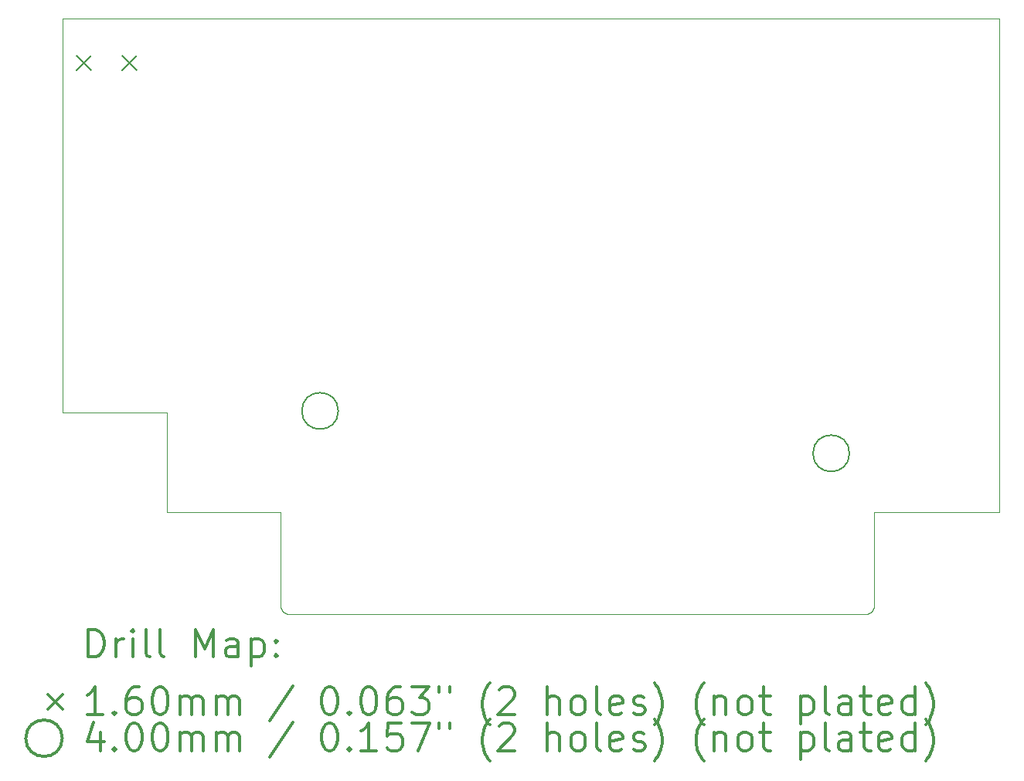
<source format=gbr>
%FSLAX45Y45*%
G04 Gerber Fmt 4.5, Leading zero omitted, Abs format (unit mm)*
G04 Created by KiCad (PCBNEW (5.1.5)-3) date 2020-10-12 17:18:43*
%MOMM*%
%LPD*%
G04 APERTURE LIST*
%TA.AperFunction,Profile*%
%ADD10C,0.050000*%
%TD*%
%ADD11C,0.200000*%
%ADD12C,0.300000*%
G04 APERTURE END LIST*
D10*
X9474200Y-6756400D02*
X19735800Y-6756400D01*
X9474200Y-11074400D02*
X9474200Y-6756400D01*
X10617200Y-11074400D02*
X9474200Y-11074400D01*
X10617200Y-12166600D02*
X10617200Y-11074400D01*
X11861800Y-12166600D02*
X10617200Y-12166600D01*
X11861800Y-13208000D02*
X11861800Y-12166600D01*
X11887200Y-13258800D02*
X11861800Y-13208000D01*
X11938000Y-13284200D02*
X11887200Y-13258800D01*
X18288000Y-13284200D02*
X11938000Y-13284200D01*
X18338800Y-13258800D02*
X18288000Y-13284200D01*
X18364200Y-13208000D02*
X18338800Y-13258800D01*
X18364200Y-12166600D02*
X18364200Y-13208000D01*
X19735800Y-12166600D02*
X18364200Y-12166600D01*
X19735800Y-6756400D02*
X19735800Y-12166600D01*
D11*
X9626000Y-7158200D02*
X9786000Y-7318200D01*
X9786000Y-7158200D02*
X9626000Y-7318200D01*
X10126000Y-7158200D02*
X10286000Y-7318200D01*
X10286000Y-7158200D02*
X10126000Y-7318200D01*
X12495772Y-11055339D02*
G75*
G03X12495772Y-11055339I-200000J0D01*
G01*
X18095710Y-11520000D02*
G75*
G03X18095710Y-11520000I-200000J0D01*
G01*
D12*
X9758128Y-13752414D02*
X9758128Y-13452414D01*
X9829557Y-13452414D01*
X9872414Y-13466700D01*
X9900986Y-13495271D01*
X9915271Y-13523843D01*
X9929557Y-13580986D01*
X9929557Y-13623843D01*
X9915271Y-13680986D01*
X9900986Y-13709557D01*
X9872414Y-13738129D01*
X9829557Y-13752414D01*
X9758128Y-13752414D01*
X10058128Y-13752414D02*
X10058128Y-13552414D01*
X10058128Y-13609557D02*
X10072414Y-13580986D01*
X10086700Y-13566700D01*
X10115271Y-13552414D01*
X10143843Y-13552414D01*
X10243843Y-13752414D02*
X10243843Y-13552414D01*
X10243843Y-13452414D02*
X10229557Y-13466700D01*
X10243843Y-13480986D01*
X10258128Y-13466700D01*
X10243843Y-13452414D01*
X10243843Y-13480986D01*
X10429557Y-13752414D02*
X10400986Y-13738129D01*
X10386700Y-13709557D01*
X10386700Y-13452414D01*
X10586700Y-13752414D02*
X10558128Y-13738129D01*
X10543843Y-13709557D01*
X10543843Y-13452414D01*
X10929557Y-13752414D02*
X10929557Y-13452414D01*
X11029557Y-13666700D01*
X11129557Y-13452414D01*
X11129557Y-13752414D01*
X11400986Y-13752414D02*
X11400986Y-13595271D01*
X11386700Y-13566700D01*
X11358128Y-13552414D01*
X11300986Y-13552414D01*
X11272414Y-13566700D01*
X11400986Y-13738129D02*
X11372414Y-13752414D01*
X11300986Y-13752414D01*
X11272414Y-13738129D01*
X11258128Y-13709557D01*
X11258128Y-13680986D01*
X11272414Y-13652414D01*
X11300986Y-13638129D01*
X11372414Y-13638129D01*
X11400986Y-13623843D01*
X11543843Y-13552414D02*
X11543843Y-13852414D01*
X11543843Y-13566700D02*
X11572414Y-13552414D01*
X11629557Y-13552414D01*
X11658128Y-13566700D01*
X11672414Y-13580986D01*
X11686700Y-13609557D01*
X11686700Y-13695271D01*
X11672414Y-13723843D01*
X11658128Y-13738129D01*
X11629557Y-13752414D01*
X11572414Y-13752414D01*
X11543843Y-13738129D01*
X11815271Y-13723843D02*
X11829557Y-13738129D01*
X11815271Y-13752414D01*
X11800986Y-13738129D01*
X11815271Y-13723843D01*
X11815271Y-13752414D01*
X11815271Y-13566700D02*
X11829557Y-13580986D01*
X11815271Y-13595271D01*
X11800986Y-13580986D01*
X11815271Y-13566700D01*
X11815271Y-13595271D01*
X9311700Y-14166700D02*
X9471700Y-14326700D01*
X9471700Y-14166700D02*
X9311700Y-14326700D01*
X9915271Y-14382414D02*
X9743843Y-14382414D01*
X9829557Y-14382414D02*
X9829557Y-14082414D01*
X9800986Y-14125271D01*
X9772414Y-14153843D01*
X9743843Y-14168129D01*
X10043843Y-14353843D02*
X10058128Y-14368129D01*
X10043843Y-14382414D01*
X10029557Y-14368129D01*
X10043843Y-14353843D01*
X10043843Y-14382414D01*
X10315271Y-14082414D02*
X10258128Y-14082414D01*
X10229557Y-14096700D01*
X10215271Y-14110986D01*
X10186700Y-14153843D01*
X10172414Y-14210986D01*
X10172414Y-14325271D01*
X10186700Y-14353843D01*
X10200986Y-14368129D01*
X10229557Y-14382414D01*
X10286700Y-14382414D01*
X10315271Y-14368129D01*
X10329557Y-14353843D01*
X10343843Y-14325271D01*
X10343843Y-14253843D01*
X10329557Y-14225271D01*
X10315271Y-14210986D01*
X10286700Y-14196700D01*
X10229557Y-14196700D01*
X10200986Y-14210986D01*
X10186700Y-14225271D01*
X10172414Y-14253843D01*
X10529557Y-14082414D02*
X10558128Y-14082414D01*
X10586700Y-14096700D01*
X10600986Y-14110986D01*
X10615271Y-14139557D01*
X10629557Y-14196700D01*
X10629557Y-14268129D01*
X10615271Y-14325271D01*
X10600986Y-14353843D01*
X10586700Y-14368129D01*
X10558128Y-14382414D01*
X10529557Y-14382414D01*
X10500986Y-14368129D01*
X10486700Y-14353843D01*
X10472414Y-14325271D01*
X10458128Y-14268129D01*
X10458128Y-14196700D01*
X10472414Y-14139557D01*
X10486700Y-14110986D01*
X10500986Y-14096700D01*
X10529557Y-14082414D01*
X10758128Y-14382414D02*
X10758128Y-14182414D01*
X10758128Y-14210986D02*
X10772414Y-14196700D01*
X10800986Y-14182414D01*
X10843843Y-14182414D01*
X10872414Y-14196700D01*
X10886700Y-14225271D01*
X10886700Y-14382414D01*
X10886700Y-14225271D02*
X10900986Y-14196700D01*
X10929557Y-14182414D01*
X10972414Y-14182414D01*
X11000986Y-14196700D01*
X11015271Y-14225271D01*
X11015271Y-14382414D01*
X11158128Y-14382414D02*
X11158128Y-14182414D01*
X11158128Y-14210986D02*
X11172414Y-14196700D01*
X11200986Y-14182414D01*
X11243843Y-14182414D01*
X11272414Y-14196700D01*
X11286700Y-14225271D01*
X11286700Y-14382414D01*
X11286700Y-14225271D02*
X11300986Y-14196700D01*
X11329557Y-14182414D01*
X11372414Y-14182414D01*
X11400986Y-14196700D01*
X11415271Y-14225271D01*
X11415271Y-14382414D01*
X12000986Y-14068129D02*
X11743843Y-14453843D01*
X12386700Y-14082414D02*
X12415271Y-14082414D01*
X12443843Y-14096700D01*
X12458128Y-14110986D01*
X12472414Y-14139557D01*
X12486700Y-14196700D01*
X12486700Y-14268129D01*
X12472414Y-14325271D01*
X12458128Y-14353843D01*
X12443843Y-14368129D01*
X12415271Y-14382414D01*
X12386700Y-14382414D01*
X12358128Y-14368129D01*
X12343843Y-14353843D01*
X12329557Y-14325271D01*
X12315271Y-14268129D01*
X12315271Y-14196700D01*
X12329557Y-14139557D01*
X12343843Y-14110986D01*
X12358128Y-14096700D01*
X12386700Y-14082414D01*
X12615271Y-14353843D02*
X12629557Y-14368129D01*
X12615271Y-14382414D01*
X12600986Y-14368129D01*
X12615271Y-14353843D01*
X12615271Y-14382414D01*
X12815271Y-14082414D02*
X12843843Y-14082414D01*
X12872414Y-14096700D01*
X12886700Y-14110986D01*
X12900986Y-14139557D01*
X12915271Y-14196700D01*
X12915271Y-14268129D01*
X12900986Y-14325271D01*
X12886700Y-14353843D01*
X12872414Y-14368129D01*
X12843843Y-14382414D01*
X12815271Y-14382414D01*
X12786700Y-14368129D01*
X12772414Y-14353843D01*
X12758128Y-14325271D01*
X12743843Y-14268129D01*
X12743843Y-14196700D01*
X12758128Y-14139557D01*
X12772414Y-14110986D01*
X12786700Y-14096700D01*
X12815271Y-14082414D01*
X13172414Y-14082414D02*
X13115271Y-14082414D01*
X13086700Y-14096700D01*
X13072414Y-14110986D01*
X13043843Y-14153843D01*
X13029557Y-14210986D01*
X13029557Y-14325271D01*
X13043843Y-14353843D01*
X13058128Y-14368129D01*
X13086700Y-14382414D01*
X13143843Y-14382414D01*
X13172414Y-14368129D01*
X13186700Y-14353843D01*
X13200986Y-14325271D01*
X13200986Y-14253843D01*
X13186700Y-14225271D01*
X13172414Y-14210986D01*
X13143843Y-14196700D01*
X13086700Y-14196700D01*
X13058128Y-14210986D01*
X13043843Y-14225271D01*
X13029557Y-14253843D01*
X13300986Y-14082414D02*
X13486700Y-14082414D01*
X13386700Y-14196700D01*
X13429557Y-14196700D01*
X13458128Y-14210986D01*
X13472414Y-14225271D01*
X13486700Y-14253843D01*
X13486700Y-14325271D01*
X13472414Y-14353843D01*
X13458128Y-14368129D01*
X13429557Y-14382414D01*
X13343843Y-14382414D01*
X13315271Y-14368129D01*
X13300986Y-14353843D01*
X13600986Y-14082414D02*
X13600986Y-14139557D01*
X13715271Y-14082414D02*
X13715271Y-14139557D01*
X14158128Y-14496700D02*
X14143843Y-14482414D01*
X14115271Y-14439557D01*
X14100986Y-14410986D01*
X14086700Y-14368129D01*
X14072414Y-14296700D01*
X14072414Y-14239557D01*
X14086700Y-14168129D01*
X14100986Y-14125271D01*
X14115271Y-14096700D01*
X14143843Y-14053843D01*
X14158128Y-14039557D01*
X14258128Y-14110986D02*
X14272414Y-14096700D01*
X14300986Y-14082414D01*
X14372414Y-14082414D01*
X14400986Y-14096700D01*
X14415271Y-14110986D01*
X14429557Y-14139557D01*
X14429557Y-14168129D01*
X14415271Y-14210986D01*
X14243843Y-14382414D01*
X14429557Y-14382414D01*
X14786700Y-14382414D02*
X14786700Y-14082414D01*
X14915271Y-14382414D02*
X14915271Y-14225271D01*
X14900986Y-14196700D01*
X14872414Y-14182414D01*
X14829557Y-14182414D01*
X14800986Y-14196700D01*
X14786700Y-14210986D01*
X15100986Y-14382414D02*
X15072414Y-14368129D01*
X15058128Y-14353843D01*
X15043843Y-14325271D01*
X15043843Y-14239557D01*
X15058128Y-14210986D01*
X15072414Y-14196700D01*
X15100986Y-14182414D01*
X15143843Y-14182414D01*
X15172414Y-14196700D01*
X15186700Y-14210986D01*
X15200986Y-14239557D01*
X15200986Y-14325271D01*
X15186700Y-14353843D01*
X15172414Y-14368129D01*
X15143843Y-14382414D01*
X15100986Y-14382414D01*
X15372414Y-14382414D02*
X15343843Y-14368129D01*
X15329557Y-14339557D01*
X15329557Y-14082414D01*
X15600986Y-14368129D02*
X15572414Y-14382414D01*
X15515271Y-14382414D01*
X15486700Y-14368129D01*
X15472414Y-14339557D01*
X15472414Y-14225271D01*
X15486700Y-14196700D01*
X15515271Y-14182414D01*
X15572414Y-14182414D01*
X15600986Y-14196700D01*
X15615271Y-14225271D01*
X15615271Y-14253843D01*
X15472414Y-14282414D01*
X15729557Y-14368129D02*
X15758128Y-14382414D01*
X15815271Y-14382414D01*
X15843843Y-14368129D01*
X15858128Y-14339557D01*
X15858128Y-14325271D01*
X15843843Y-14296700D01*
X15815271Y-14282414D01*
X15772414Y-14282414D01*
X15743843Y-14268129D01*
X15729557Y-14239557D01*
X15729557Y-14225271D01*
X15743843Y-14196700D01*
X15772414Y-14182414D01*
X15815271Y-14182414D01*
X15843843Y-14196700D01*
X15958128Y-14496700D02*
X15972414Y-14482414D01*
X16000986Y-14439557D01*
X16015271Y-14410986D01*
X16029557Y-14368129D01*
X16043843Y-14296700D01*
X16043843Y-14239557D01*
X16029557Y-14168129D01*
X16015271Y-14125271D01*
X16000986Y-14096700D01*
X15972414Y-14053843D01*
X15958128Y-14039557D01*
X16500986Y-14496700D02*
X16486700Y-14482414D01*
X16458128Y-14439557D01*
X16443843Y-14410986D01*
X16429557Y-14368129D01*
X16415271Y-14296700D01*
X16415271Y-14239557D01*
X16429557Y-14168129D01*
X16443843Y-14125271D01*
X16458128Y-14096700D01*
X16486700Y-14053843D01*
X16500986Y-14039557D01*
X16615271Y-14182414D02*
X16615271Y-14382414D01*
X16615271Y-14210986D02*
X16629557Y-14196700D01*
X16658128Y-14182414D01*
X16700986Y-14182414D01*
X16729557Y-14196700D01*
X16743843Y-14225271D01*
X16743843Y-14382414D01*
X16929557Y-14382414D02*
X16900986Y-14368129D01*
X16886700Y-14353843D01*
X16872414Y-14325271D01*
X16872414Y-14239557D01*
X16886700Y-14210986D01*
X16900986Y-14196700D01*
X16929557Y-14182414D01*
X16972414Y-14182414D01*
X17000986Y-14196700D01*
X17015271Y-14210986D01*
X17029557Y-14239557D01*
X17029557Y-14325271D01*
X17015271Y-14353843D01*
X17000986Y-14368129D01*
X16972414Y-14382414D01*
X16929557Y-14382414D01*
X17115271Y-14182414D02*
X17229557Y-14182414D01*
X17158128Y-14082414D02*
X17158128Y-14339557D01*
X17172414Y-14368129D01*
X17200986Y-14382414D01*
X17229557Y-14382414D01*
X17558128Y-14182414D02*
X17558128Y-14482414D01*
X17558128Y-14196700D02*
X17586700Y-14182414D01*
X17643843Y-14182414D01*
X17672414Y-14196700D01*
X17686700Y-14210986D01*
X17700986Y-14239557D01*
X17700986Y-14325271D01*
X17686700Y-14353843D01*
X17672414Y-14368129D01*
X17643843Y-14382414D01*
X17586700Y-14382414D01*
X17558128Y-14368129D01*
X17872414Y-14382414D02*
X17843843Y-14368129D01*
X17829557Y-14339557D01*
X17829557Y-14082414D01*
X18115271Y-14382414D02*
X18115271Y-14225271D01*
X18100986Y-14196700D01*
X18072414Y-14182414D01*
X18015271Y-14182414D01*
X17986700Y-14196700D01*
X18115271Y-14368129D02*
X18086700Y-14382414D01*
X18015271Y-14382414D01*
X17986700Y-14368129D01*
X17972414Y-14339557D01*
X17972414Y-14310986D01*
X17986700Y-14282414D01*
X18015271Y-14268129D01*
X18086700Y-14268129D01*
X18115271Y-14253843D01*
X18215271Y-14182414D02*
X18329557Y-14182414D01*
X18258128Y-14082414D02*
X18258128Y-14339557D01*
X18272414Y-14368129D01*
X18300986Y-14382414D01*
X18329557Y-14382414D01*
X18543843Y-14368129D02*
X18515271Y-14382414D01*
X18458128Y-14382414D01*
X18429557Y-14368129D01*
X18415271Y-14339557D01*
X18415271Y-14225271D01*
X18429557Y-14196700D01*
X18458128Y-14182414D01*
X18515271Y-14182414D01*
X18543843Y-14196700D01*
X18558128Y-14225271D01*
X18558128Y-14253843D01*
X18415271Y-14282414D01*
X18815271Y-14382414D02*
X18815271Y-14082414D01*
X18815271Y-14368129D02*
X18786700Y-14382414D01*
X18729557Y-14382414D01*
X18700986Y-14368129D01*
X18686700Y-14353843D01*
X18672414Y-14325271D01*
X18672414Y-14239557D01*
X18686700Y-14210986D01*
X18700986Y-14196700D01*
X18729557Y-14182414D01*
X18786700Y-14182414D01*
X18815271Y-14196700D01*
X18929557Y-14496700D02*
X18943843Y-14482414D01*
X18972414Y-14439557D01*
X18986700Y-14410986D01*
X19000986Y-14368129D01*
X19015271Y-14296700D01*
X19015271Y-14239557D01*
X19000986Y-14168129D01*
X18986700Y-14125271D01*
X18972414Y-14096700D01*
X18943843Y-14053843D01*
X18929557Y-14039557D01*
X9471700Y-14642700D02*
G75*
G03X9471700Y-14642700I-200000J0D01*
G01*
X9886700Y-14578414D02*
X9886700Y-14778414D01*
X9815271Y-14464129D02*
X9743843Y-14678414D01*
X9929557Y-14678414D01*
X10043843Y-14749843D02*
X10058128Y-14764129D01*
X10043843Y-14778414D01*
X10029557Y-14764129D01*
X10043843Y-14749843D01*
X10043843Y-14778414D01*
X10243843Y-14478414D02*
X10272414Y-14478414D01*
X10300986Y-14492700D01*
X10315271Y-14506986D01*
X10329557Y-14535557D01*
X10343843Y-14592700D01*
X10343843Y-14664129D01*
X10329557Y-14721271D01*
X10315271Y-14749843D01*
X10300986Y-14764129D01*
X10272414Y-14778414D01*
X10243843Y-14778414D01*
X10215271Y-14764129D01*
X10200986Y-14749843D01*
X10186700Y-14721271D01*
X10172414Y-14664129D01*
X10172414Y-14592700D01*
X10186700Y-14535557D01*
X10200986Y-14506986D01*
X10215271Y-14492700D01*
X10243843Y-14478414D01*
X10529557Y-14478414D02*
X10558128Y-14478414D01*
X10586700Y-14492700D01*
X10600986Y-14506986D01*
X10615271Y-14535557D01*
X10629557Y-14592700D01*
X10629557Y-14664129D01*
X10615271Y-14721271D01*
X10600986Y-14749843D01*
X10586700Y-14764129D01*
X10558128Y-14778414D01*
X10529557Y-14778414D01*
X10500986Y-14764129D01*
X10486700Y-14749843D01*
X10472414Y-14721271D01*
X10458128Y-14664129D01*
X10458128Y-14592700D01*
X10472414Y-14535557D01*
X10486700Y-14506986D01*
X10500986Y-14492700D01*
X10529557Y-14478414D01*
X10758128Y-14778414D02*
X10758128Y-14578414D01*
X10758128Y-14606986D02*
X10772414Y-14592700D01*
X10800986Y-14578414D01*
X10843843Y-14578414D01*
X10872414Y-14592700D01*
X10886700Y-14621271D01*
X10886700Y-14778414D01*
X10886700Y-14621271D02*
X10900986Y-14592700D01*
X10929557Y-14578414D01*
X10972414Y-14578414D01*
X11000986Y-14592700D01*
X11015271Y-14621271D01*
X11015271Y-14778414D01*
X11158128Y-14778414D02*
X11158128Y-14578414D01*
X11158128Y-14606986D02*
X11172414Y-14592700D01*
X11200986Y-14578414D01*
X11243843Y-14578414D01*
X11272414Y-14592700D01*
X11286700Y-14621271D01*
X11286700Y-14778414D01*
X11286700Y-14621271D02*
X11300986Y-14592700D01*
X11329557Y-14578414D01*
X11372414Y-14578414D01*
X11400986Y-14592700D01*
X11415271Y-14621271D01*
X11415271Y-14778414D01*
X12000986Y-14464129D02*
X11743843Y-14849843D01*
X12386700Y-14478414D02*
X12415271Y-14478414D01*
X12443843Y-14492700D01*
X12458128Y-14506986D01*
X12472414Y-14535557D01*
X12486700Y-14592700D01*
X12486700Y-14664129D01*
X12472414Y-14721271D01*
X12458128Y-14749843D01*
X12443843Y-14764129D01*
X12415271Y-14778414D01*
X12386700Y-14778414D01*
X12358128Y-14764129D01*
X12343843Y-14749843D01*
X12329557Y-14721271D01*
X12315271Y-14664129D01*
X12315271Y-14592700D01*
X12329557Y-14535557D01*
X12343843Y-14506986D01*
X12358128Y-14492700D01*
X12386700Y-14478414D01*
X12615271Y-14749843D02*
X12629557Y-14764129D01*
X12615271Y-14778414D01*
X12600986Y-14764129D01*
X12615271Y-14749843D01*
X12615271Y-14778414D01*
X12915271Y-14778414D02*
X12743843Y-14778414D01*
X12829557Y-14778414D02*
X12829557Y-14478414D01*
X12800986Y-14521271D01*
X12772414Y-14549843D01*
X12743843Y-14564129D01*
X13186700Y-14478414D02*
X13043843Y-14478414D01*
X13029557Y-14621271D01*
X13043843Y-14606986D01*
X13072414Y-14592700D01*
X13143843Y-14592700D01*
X13172414Y-14606986D01*
X13186700Y-14621271D01*
X13200986Y-14649843D01*
X13200986Y-14721271D01*
X13186700Y-14749843D01*
X13172414Y-14764129D01*
X13143843Y-14778414D01*
X13072414Y-14778414D01*
X13043843Y-14764129D01*
X13029557Y-14749843D01*
X13300986Y-14478414D02*
X13500986Y-14478414D01*
X13372414Y-14778414D01*
X13600986Y-14478414D02*
X13600986Y-14535557D01*
X13715271Y-14478414D02*
X13715271Y-14535557D01*
X14158128Y-14892700D02*
X14143843Y-14878414D01*
X14115271Y-14835557D01*
X14100986Y-14806986D01*
X14086700Y-14764129D01*
X14072414Y-14692700D01*
X14072414Y-14635557D01*
X14086700Y-14564129D01*
X14100986Y-14521271D01*
X14115271Y-14492700D01*
X14143843Y-14449843D01*
X14158128Y-14435557D01*
X14258128Y-14506986D02*
X14272414Y-14492700D01*
X14300986Y-14478414D01*
X14372414Y-14478414D01*
X14400986Y-14492700D01*
X14415271Y-14506986D01*
X14429557Y-14535557D01*
X14429557Y-14564129D01*
X14415271Y-14606986D01*
X14243843Y-14778414D01*
X14429557Y-14778414D01*
X14786700Y-14778414D02*
X14786700Y-14478414D01*
X14915271Y-14778414D02*
X14915271Y-14621271D01*
X14900986Y-14592700D01*
X14872414Y-14578414D01*
X14829557Y-14578414D01*
X14800986Y-14592700D01*
X14786700Y-14606986D01*
X15100986Y-14778414D02*
X15072414Y-14764129D01*
X15058128Y-14749843D01*
X15043843Y-14721271D01*
X15043843Y-14635557D01*
X15058128Y-14606986D01*
X15072414Y-14592700D01*
X15100986Y-14578414D01*
X15143843Y-14578414D01*
X15172414Y-14592700D01*
X15186700Y-14606986D01*
X15200986Y-14635557D01*
X15200986Y-14721271D01*
X15186700Y-14749843D01*
X15172414Y-14764129D01*
X15143843Y-14778414D01*
X15100986Y-14778414D01*
X15372414Y-14778414D02*
X15343843Y-14764129D01*
X15329557Y-14735557D01*
X15329557Y-14478414D01*
X15600986Y-14764129D02*
X15572414Y-14778414D01*
X15515271Y-14778414D01*
X15486700Y-14764129D01*
X15472414Y-14735557D01*
X15472414Y-14621271D01*
X15486700Y-14592700D01*
X15515271Y-14578414D01*
X15572414Y-14578414D01*
X15600986Y-14592700D01*
X15615271Y-14621271D01*
X15615271Y-14649843D01*
X15472414Y-14678414D01*
X15729557Y-14764129D02*
X15758128Y-14778414D01*
X15815271Y-14778414D01*
X15843843Y-14764129D01*
X15858128Y-14735557D01*
X15858128Y-14721271D01*
X15843843Y-14692700D01*
X15815271Y-14678414D01*
X15772414Y-14678414D01*
X15743843Y-14664129D01*
X15729557Y-14635557D01*
X15729557Y-14621271D01*
X15743843Y-14592700D01*
X15772414Y-14578414D01*
X15815271Y-14578414D01*
X15843843Y-14592700D01*
X15958128Y-14892700D02*
X15972414Y-14878414D01*
X16000986Y-14835557D01*
X16015271Y-14806986D01*
X16029557Y-14764129D01*
X16043843Y-14692700D01*
X16043843Y-14635557D01*
X16029557Y-14564129D01*
X16015271Y-14521271D01*
X16000986Y-14492700D01*
X15972414Y-14449843D01*
X15958128Y-14435557D01*
X16500986Y-14892700D02*
X16486700Y-14878414D01*
X16458128Y-14835557D01*
X16443843Y-14806986D01*
X16429557Y-14764129D01*
X16415271Y-14692700D01*
X16415271Y-14635557D01*
X16429557Y-14564129D01*
X16443843Y-14521271D01*
X16458128Y-14492700D01*
X16486700Y-14449843D01*
X16500986Y-14435557D01*
X16615271Y-14578414D02*
X16615271Y-14778414D01*
X16615271Y-14606986D02*
X16629557Y-14592700D01*
X16658128Y-14578414D01*
X16700986Y-14578414D01*
X16729557Y-14592700D01*
X16743843Y-14621271D01*
X16743843Y-14778414D01*
X16929557Y-14778414D02*
X16900986Y-14764129D01*
X16886700Y-14749843D01*
X16872414Y-14721271D01*
X16872414Y-14635557D01*
X16886700Y-14606986D01*
X16900986Y-14592700D01*
X16929557Y-14578414D01*
X16972414Y-14578414D01*
X17000986Y-14592700D01*
X17015271Y-14606986D01*
X17029557Y-14635557D01*
X17029557Y-14721271D01*
X17015271Y-14749843D01*
X17000986Y-14764129D01*
X16972414Y-14778414D01*
X16929557Y-14778414D01*
X17115271Y-14578414D02*
X17229557Y-14578414D01*
X17158128Y-14478414D02*
X17158128Y-14735557D01*
X17172414Y-14764129D01*
X17200986Y-14778414D01*
X17229557Y-14778414D01*
X17558128Y-14578414D02*
X17558128Y-14878414D01*
X17558128Y-14592700D02*
X17586700Y-14578414D01*
X17643843Y-14578414D01*
X17672414Y-14592700D01*
X17686700Y-14606986D01*
X17700986Y-14635557D01*
X17700986Y-14721271D01*
X17686700Y-14749843D01*
X17672414Y-14764129D01*
X17643843Y-14778414D01*
X17586700Y-14778414D01*
X17558128Y-14764129D01*
X17872414Y-14778414D02*
X17843843Y-14764129D01*
X17829557Y-14735557D01*
X17829557Y-14478414D01*
X18115271Y-14778414D02*
X18115271Y-14621271D01*
X18100986Y-14592700D01*
X18072414Y-14578414D01*
X18015271Y-14578414D01*
X17986700Y-14592700D01*
X18115271Y-14764129D02*
X18086700Y-14778414D01*
X18015271Y-14778414D01*
X17986700Y-14764129D01*
X17972414Y-14735557D01*
X17972414Y-14706986D01*
X17986700Y-14678414D01*
X18015271Y-14664129D01*
X18086700Y-14664129D01*
X18115271Y-14649843D01*
X18215271Y-14578414D02*
X18329557Y-14578414D01*
X18258128Y-14478414D02*
X18258128Y-14735557D01*
X18272414Y-14764129D01*
X18300986Y-14778414D01*
X18329557Y-14778414D01*
X18543843Y-14764129D02*
X18515271Y-14778414D01*
X18458128Y-14778414D01*
X18429557Y-14764129D01*
X18415271Y-14735557D01*
X18415271Y-14621271D01*
X18429557Y-14592700D01*
X18458128Y-14578414D01*
X18515271Y-14578414D01*
X18543843Y-14592700D01*
X18558128Y-14621271D01*
X18558128Y-14649843D01*
X18415271Y-14678414D01*
X18815271Y-14778414D02*
X18815271Y-14478414D01*
X18815271Y-14764129D02*
X18786700Y-14778414D01*
X18729557Y-14778414D01*
X18700986Y-14764129D01*
X18686700Y-14749843D01*
X18672414Y-14721271D01*
X18672414Y-14635557D01*
X18686700Y-14606986D01*
X18700986Y-14592700D01*
X18729557Y-14578414D01*
X18786700Y-14578414D01*
X18815271Y-14592700D01*
X18929557Y-14892700D02*
X18943843Y-14878414D01*
X18972414Y-14835557D01*
X18986700Y-14806986D01*
X19000986Y-14764129D01*
X19015271Y-14692700D01*
X19015271Y-14635557D01*
X19000986Y-14564129D01*
X18986700Y-14521271D01*
X18972414Y-14492700D01*
X18943843Y-14449843D01*
X18929557Y-14435557D01*
M02*

</source>
